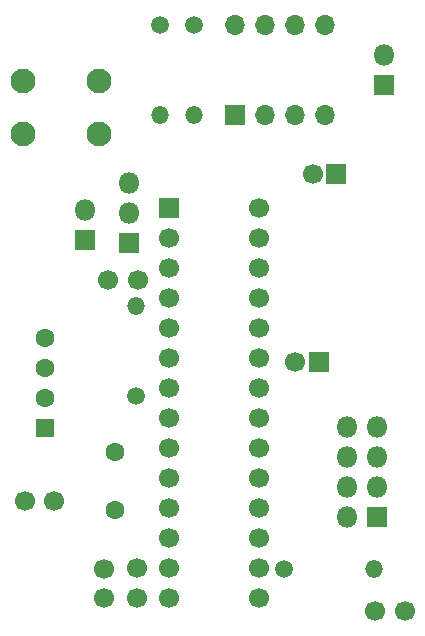
<source format=gbr>
%TF.GenerationSoftware,KiCad,Pcbnew,(5.1.6-0-10_14)*%
%TF.CreationDate,2020-10-03T22:08:30-04:00*%
%TF.ProjectId,weather_external,77656174-6865-4725-9f65-787465726e61,rev?*%
%TF.SameCoordinates,Original*%
%TF.FileFunction,Soldermask,Bot*%
%TF.FilePolarity,Negative*%
%FSLAX46Y46*%
G04 Gerber Fmt 4.6, Leading zero omitted, Abs format (unit mm)*
G04 Created by KiCad (PCBNEW (5.1.6-0-10_14)) date 2020-10-03 22:08:30*
%MOMM*%
%LPD*%
G01*
G04 APERTURE LIST*
%ADD10C,1.700000*%
%ADD11R,1.700000X1.700000*%
%ADD12O,1.800000X1.800000*%
%ADD13R,1.800000X1.800000*%
%ADD14C,1.600000*%
%ADD15R,1.600000X1.600000*%
%ADD16O,1.700000X1.700000*%
%ADD17O,1.500000X1.500000*%
%ADD18C,1.500000*%
%ADD19C,2.100000*%
G04 APERTURE END LIST*
D10*
%TO.C,Atmega328*%
X152400000Y-73660000D03*
X152400000Y-76200000D03*
X152400000Y-78740000D03*
X152400000Y-81280000D03*
X152400000Y-83820000D03*
X152400000Y-86360000D03*
X152400000Y-88900000D03*
X152400000Y-91440000D03*
X152400000Y-93980000D03*
X152400000Y-96520000D03*
X152400000Y-99060000D03*
X152400000Y-101600000D03*
X152400000Y-104140000D03*
X152400000Y-106680000D03*
X144780000Y-106680000D03*
X144780000Y-104140000D03*
X144780000Y-101600000D03*
X144780000Y-99060000D03*
X144780000Y-96520000D03*
X144780000Y-93980000D03*
X144780000Y-91440000D03*
X144780000Y-88900000D03*
X144780000Y-86360000D03*
X144780000Y-83820000D03*
X144780000Y-81280000D03*
X144780000Y-78740000D03*
X144780000Y-76200000D03*
D11*
X144780000Y-73660000D03*
%TD*%
D10*
%TO.C,C7*%
X132600000Y-98500000D03*
X135100000Y-98500000D03*
%TD*%
%TO.C,C6*%
X162300000Y-107800000D03*
X164800000Y-107800000D03*
%TD*%
D12*
%TO.C,NRF24L01*%
X159860000Y-92280000D03*
X162400000Y-92280000D03*
X159860000Y-94820000D03*
X162400000Y-94820000D03*
X159860000Y-97360000D03*
X162400000Y-97360000D03*
X159860000Y-99900000D03*
D13*
X162400000Y-99900000D03*
%TD*%
D14*
%TO.C,DHT11*%
X134300000Y-84680000D03*
X134300000Y-87220000D03*
X134300000Y-89760000D03*
D15*
X134300000Y-92300000D03*
%TD*%
D16*
%TO.C,NE555*%
X150400000Y-58180000D03*
X158020000Y-65800000D03*
X152940000Y-58180000D03*
X155480000Y-65800000D03*
X155480000Y-58180000D03*
X152940000Y-65800000D03*
X158020000Y-58180000D03*
D11*
X150400000Y-65800000D03*
%TD*%
D17*
%TO.C,R4*%
X146950900Y-65792160D03*
D18*
X146950900Y-58172160D03*
%TD*%
D17*
%TO.C,R3*%
X144098480Y-65792160D03*
D18*
X144098480Y-58172160D03*
%TD*%
D10*
%TO.C,C5*%
X157000000Y-70800000D03*
D11*
X159000000Y-70800000D03*
%TD*%
D12*
%TO.C,J3*%
X141439900Y-71561960D03*
X141439900Y-74101960D03*
D13*
X141439900Y-76641960D03*
%TD*%
D12*
%TO.C,J4*%
X163000000Y-60760000D03*
D13*
X163000000Y-63300000D03*
%TD*%
D12*
%TO.C,J2*%
X137728960Y-73825100D03*
D13*
X137728960Y-76365100D03*
%TD*%
D19*
%TO.C,SW1*%
X138917820Y-62918340D03*
X138917820Y-67418340D03*
X132417820Y-62918340D03*
X132417820Y-67418340D03*
%TD*%
D10*
%TO.C,C4*%
X139679040Y-79766160D03*
X142179040Y-79766160D03*
%TD*%
D17*
%TO.C,R2*%
X162184080Y-104272080D03*
D18*
X154564080Y-104272080D03*
%TD*%
D14*
%TO.C,16Mhz*%
X140256260Y-99240680D03*
X140256260Y-94340680D03*
%TD*%
D17*
%TO.C,R1*%
X142062200Y-81991200D03*
D18*
X142062200Y-89611200D03*
%TD*%
D10*
%TO.C,C3*%
X155500000Y-86700000D03*
D11*
X157500000Y-86700000D03*
%TD*%
D10*
%TO.C,C2*%
X142107920Y-104187620D03*
X142107920Y-106687620D03*
%TD*%
%TO.C,C1*%
X139291060Y-106721280D03*
X139291060Y-104221280D03*
%TD*%
M02*

</source>
